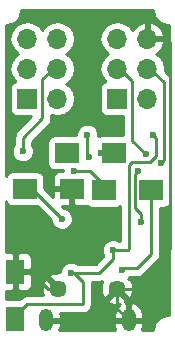
<source format=gbr>
G04 #@! TF.FileFunction,Copper,L2,Bot,Signal*
%FSLAX46Y46*%
G04 Gerber Fmt 4.6, Leading zero omitted, Abs format (unit mm)*
G04 Created by KiCad (PCBNEW 4.0.4-stable) date 04/18/19 21:09:23*
%MOMM*%
%LPD*%
G01*
G04 APERTURE LIST*
%ADD10C,0.100000*%
%ADD11C,1.450000*%
%ADD12O,1.200000X1.900000*%
%ADD13R,1.700000X1.700000*%
%ADD14O,1.700000X1.700000*%
%ADD15R,2.000000X1.700000*%
%ADD16R,1.600000X2.000000*%
%ADD17C,0.600000*%
%ADD18C,0.250000*%
%ADD19C,0.254000*%
G04 APERTURE END LIST*
D10*
D11*
X115610000Y-99885000D03*
X120610000Y-99885000D03*
D12*
X114610000Y-102585000D03*
X121610000Y-102585000D03*
D13*
X120650000Y-83820000D03*
D14*
X123190000Y-83820000D03*
X120650000Y-81280000D03*
X123190000Y-81280000D03*
X120650000Y-78740000D03*
X123190000Y-78740000D03*
D13*
X113030000Y-83820000D03*
D14*
X115570000Y-83820000D03*
X113030000Y-81280000D03*
X115570000Y-81280000D03*
X113030000Y-78740000D03*
X115570000Y-78740000D03*
D15*
X112808000Y-91440000D03*
X116808000Y-91440000D03*
X119539000Y-91567000D03*
X123539000Y-91567000D03*
X116364000Y-88392000D03*
X120364000Y-88392000D03*
D16*
X112014000Y-102457000D03*
X112014000Y-98457000D03*
D17*
X115951000Y-93980000D03*
X118110000Y-86868000D03*
X118237000Y-88773000D03*
X123698000Y-86868000D03*
X116713000Y-98552000D03*
X120269000Y-96647000D03*
X123063000Y-88519000D03*
X124333000Y-89281000D03*
X121031000Y-98298000D03*
X122682000Y-94234000D03*
X122428000Y-89916000D03*
X119253000Y-88392000D03*
X112649000Y-88265000D03*
X116967000Y-89916000D03*
D18*
X112808000Y-91440000D02*
X113411000Y-91440000D01*
X113411000Y-91440000D02*
X115951000Y-93980000D01*
X118110000Y-88646000D02*
X118110000Y-86868000D01*
X118237000Y-88773000D02*
X118110000Y-88646000D01*
X112014000Y-102457000D02*
X112014000Y-102235000D01*
X112014000Y-102235000D02*
X113030000Y-101219000D01*
X113030000Y-101219000D02*
X117729000Y-101219000D01*
X117729000Y-101219000D02*
X117729000Y-99314000D01*
X117729000Y-99314000D02*
X116967000Y-98552000D01*
X116967000Y-98552000D02*
X116713000Y-98552000D01*
X121666000Y-90805000D02*
X121666000Y-89408000D01*
X123698000Y-86868000D02*
X123952000Y-87122000D01*
X123952000Y-87122000D02*
X123952000Y-88519000D01*
X121666000Y-90805000D02*
X121666000Y-96520000D01*
X121666000Y-96520000D02*
X121539000Y-96647000D01*
X120269000Y-96647000D02*
X121539000Y-96647000D01*
X123952000Y-88646000D02*
X123952000Y-88519000D01*
X123444000Y-89154000D02*
X123952000Y-88646000D01*
X121920000Y-89154000D02*
X123444000Y-89154000D01*
X121666000Y-89408000D02*
X121920000Y-89154000D01*
X120269000Y-96647000D02*
X120269000Y-97409000D01*
X119126000Y-98552000D02*
X116713000Y-98552000D01*
X120269000Y-97409000D02*
X119126000Y-98552000D01*
X115610000Y-99885000D02*
X114744000Y-99885000D01*
X113316000Y-98457000D02*
X112014000Y-98457000D01*
X114744000Y-99885000D02*
X113316000Y-98457000D01*
X123190000Y-78740000D02*
X124841000Y-78740000D01*
X122873000Y-99885000D02*
X120610000Y-99885000D01*
X123190000Y-99568000D02*
X122873000Y-99885000D01*
X123190000Y-98425000D02*
X123190000Y-99568000D01*
X125095000Y-96520000D02*
X123190000Y-98425000D01*
X125095000Y-78994000D02*
X125095000Y-96520000D01*
X124841000Y-78740000D02*
X125095000Y-78994000D01*
X120610000Y-99885000D02*
X120610000Y-101585000D01*
X120610000Y-101585000D02*
X121610000Y-102585000D01*
X120650000Y-81280000D02*
X120904000Y-81280000D01*
X120904000Y-81280000D02*
X121920000Y-82296000D01*
X121920000Y-87376000D02*
X123063000Y-88519000D01*
X121920000Y-82296000D02*
X121920000Y-87376000D01*
X124333000Y-89281000D02*
X124587000Y-89027000D01*
X124587000Y-89027000D02*
X124587000Y-82423000D01*
X123444000Y-81280000D02*
X124587000Y-82423000D01*
X123444000Y-81280000D02*
X123190000Y-81280000D01*
X123539000Y-91567000D02*
X123539000Y-96933000D01*
X121158000Y-98171000D02*
X121031000Y-98298000D01*
X122301000Y-98171000D02*
X121158000Y-98171000D01*
X123539000Y-96933000D02*
X122301000Y-98171000D01*
X120364000Y-88392000D02*
X119253000Y-88392000D01*
X122682000Y-93599000D02*
X122682000Y-94234000D01*
X122174000Y-93091000D02*
X122682000Y-93599000D01*
X122174000Y-90170000D02*
X122174000Y-93091000D01*
X122428000Y-89916000D02*
X122174000Y-90170000D01*
X115570000Y-81280000D02*
X115189000Y-81280000D01*
X115189000Y-81280000D02*
X114300000Y-82169000D01*
X114300000Y-82169000D02*
X114300000Y-85471000D01*
X114300000Y-85471000D02*
X112649000Y-87122000D01*
X112649000Y-87122000D02*
X112649000Y-88265000D01*
X119539000Y-91567000D02*
X119539000Y-91091000D01*
X119539000Y-91091000D02*
X118364000Y-89916000D01*
X118364000Y-89916000D02*
X116967000Y-89916000D01*
D19*
G36*
X125020000Y-102110382D02*
X124968000Y-102100039D01*
X124478945Y-102197318D01*
X124064345Y-102474345D01*
X123787318Y-102888945D01*
X123690039Y-103378000D01*
X123700382Y-103430000D01*
X122731638Y-103430000D01*
X122845000Y-103062000D01*
X122845000Y-102712000D01*
X121737000Y-102712000D01*
X121737000Y-102732000D01*
X121483000Y-102732000D01*
X121483000Y-102712000D01*
X120375000Y-102712000D01*
X120375000Y-103062000D01*
X120488362Y-103430000D01*
X115731638Y-103430000D01*
X115845000Y-103062000D01*
X115845000Y-102712000D01*
X114737000Y-102712000D01*
X114737000Y-102732000D01*
X114483000Y-102732000D01*
X114483000Y-102712000D01*
X114463000Y-102712000D01*
X114463000Y-102458000D01*
X114483000Y-102458000D01*
X114483000Y-102438000D01*
X114737000Y-102438000D01*
X114737000Y-102458000D01*
X115845000Y-102458000D01*
X115845000Y-102108000D01*
X115805262Y-101979000D01*
X117729000Y-101979000D01*
X118019839Y-101921148D01*
X118266401Y-101756401D01*
X118431148Y-101509839D01*
X118489000Y-101219000D01*
X118489000Y-100838398D01*
X119836207Y-100838398D01*
X119901122Y-101076753D01*
X120411146Y-101257312D01*
X120902945Y-101231495D01*
X120826526Y-101271920D01*
X120517610Y-101645053D01*
X120375000Y-102108000D01*
X120375000Y-102458000D01*
X121483000Y-102458000D01*
X121483000Y-101166269D01*
X121737000Y-101166269D01*
X121737000Y-102458000D01*
X122845000Y-102458000D01*
X122845000Y-102108000D01*
X122702390Y-101645053D01*
X122393474Y-101271920D01*
X121965281Y-101045408D01*
X121927609Y-101041538D01*
X121737000Y-101166269D01*
X121483000Y-101166269D01*
X121323012Y-101061576D01*
X121383793Y-100838398D01*
X120610000Y-100064605D01*
X119836207Y-100838398D01*
X118489000Y-100838398D01*
X118489000Y-99314000D01*
X118488602Y-99312000D01*
X119126000Y-99312000D01*
X119388638Y-99259758D01*
X119237688Y-99686146D01*
X119266051Y-100226444D01*
X119418247Y-100593878D01*
X119656602Y-100658793D01*
X120430395Y-99885000D01*
X120416253Y-99870858D01*
X120595858Y-99691253D01*
X120610000Y-99705395D01*
X120624143Y-99691253D01*
X120803748Y-99870858D01*
X120789605Y-99885000D01*
X121563398Y-100658793D01*
X121801753Y-100593878D01*
X121982312Y-100083854D01*
X121953949Y-99543556D01*
X121801753Y-99176122D01*
X121563400Y-99111208D01*
X121678550Y-98996058D01*
X121666869Y-98984377D01*
X121720340Y-98931000D01*
X122301000Y-98931000D01*
X122591839Y-98873148D01*
X122838401Y-98708401D01*
X124076401Y-97470401D01*
X124241148Y-97223840D01*
X124299000Y-96933000D01*
X124299000Y-93064440D01*
X124539000Y-93064440D01*
X124774317Y-93020162D01*
X124990441Y-92881090D01*
X125020000Y-92837829D01*
X125020000Y-102110382D01*
X125020000Y-102110382D01*
G37*
X125020000Y-102110382D02*
X124968000Y-102100039D01*
X124478945Y-102197318D01*
X124064345Y-102474345D01*
X123787318Y-102888945D01*
X123690039Y-103378000D01*
X123700382Y-103430000D01*
X122731638Y-103430000D01*
X122845000Y-103062000D01*
X122845000Y-102712000D01*
X121737000Y-102712000D01*
X121737000Y-102732000D01*
X121483000Y-102732000D01*
X121483000Y-102712000D01*
X120375000Y-102712000D01*
X120375000Y-103062000D01*
X120488362Y-103430000D01*
X115731638Y-103430000D01*
X115845000Y-103062000D01*
X115845000Y-102712000D01*
X114737000Y-102712000D01*
X114737000Y-102732000D01*
X114483000Y-102732000D01*
X114483000Y-102712000D01*
X114463000Y-102712000D01*
X114463000Y-102458000D01*
X114483000Y-102458000D01*
X114483000Y-102438000D01*
X114737000Y-102438000D01*
X114737000Y-102458000D01*
X115845000Y-102458000D01*
X115845000Y-102108000D01*
X115805262Y-101979000D01*
X117729000Y-101979000D01*
X118019839Y-101921148D01*
X118266401Y-101756401D01*
X118431148Y-101509839D01*
X118489000Y-101219000D01*
X118489000Y-100838398D01*
X119836207Y-100838398D01*
X119901122Y-101076753D01*
X120411146Y-101257312D01*
X120902945Y-101231495D01*
X120826526Y-101271920D01*
X120517610Y-101645053D01*
X120375000Y-102108000D01*
X120375000Y-102458000D01*
X121483000Y-102458000D01*
X121483000Y-101166269D01*
X121737000Y-101166269D01*
X121737000Y-102458000D01*
X122845000Y-102458000D01*
X122845000Y-102108000D01*
X122702390Y-101645053D01*
X122393474Y-101271920D01*
X121965281Y-101045408D01*
X121927609Y-101041538D01*
X121737000Y-101166269D01*
X121483000Y-101166269D01*
X121323012Y-101061576D01*
X121383793Y-100838398D01*
X120610000Y-100064605D01*
X119836207Y-100838398D01*
X118489000Y-100838398D01*
X118489000Y-99314000D01*
X118488602Y-99312000D01*
X119126000Y-99312000D01*
X119388638Y-99259758D01*
X119237688Y-99686146D01*
X119266051Y-100226444D01*
X119418247Y-100593878D01*
X119656602Y-100658793D01*
X120430395Y-99885000D01*
X120416253Y-99870858D01*
X120595858Y-99691253D01*
X120610000Y-99705395D01*
X120624143Y-99691253D01*
X120803748Y-99870858D01*
X120789605Y-99885000D01*
X121563398Y-100658793D01*
X121801753Y-100593878D01*
X121982312Y-100083854D01*
X121953949Y-99543556D01*
X121801753Y-99176122D01*
X121563400Y-99111208D01*
X121678550Y-98996058D01*
X121666869Y-98984377D01*
X121720340Y-98931000D01*
X122301000Y-98931000D01*
X122591839Y-98873148D01*
X122838401Y-98708401D01*
X124076401Y-97470401D01*
X124241148Y-97223840D01*
X124299000Y-96933000D01*
X124299000Y-93064440D01*
X124539000Y-93064440D01*
X124774317Y-93020162D01*
X124990441Y-92881090D01*
X125020000Y-92837829D01*
X125020000Y-102110382D01*
G36*
X123690039Y-76327000D02*
X123787318Y-76816055D01*
X124064345Y-77230655D01*
X124478945Y-77507682D01*
X124968000Y-77604961D01*
X125020000Y-77594618D01*
X125020000Y-81781198D01*
X124673351Y-81434549D01*
X124704093Y-81280000D01*
X124591054Y-80711715D01*
X124269147Y-80229946D01*
X123928447Y-80002298D01*
X124071358Y-79935183D01*
X124461645Y-79506924D01*
X124631476Y-79096890D01*
X124510155Y-78867000D01*
X123317000Y-78867000D01*
X123317000Y-78887000D01*
X123063000Y-78887000D01*
X123063000Y-78867000D01*
X123043000Y-78867000D01*
X123043000Y-78613000D01*
X123063000Y-78613000D01*
X123063000Y-77419181D01*
X123317000Y-77419181D01*
X123317000Y-78613000D01*
X124510155Y-78613000D01*
X124631476Y-78383110D01*
X124461645Y-77973076D01*
X124071358Y-77544817D01*
X123546892Y-77298514D01*
X123317000Y-77419181D01*
X123063000Y-77419181D01*
X122833108Y-77298514D01*
X122308642Y-77544817D01*
X121918355Y-77973076D01*
X121918345Y-77973101D01*
X121729147Y-77689946D01*
X121247378Y-77368039D01*
X120679093Y-77255000D01*
X120620907Y-77255000D01*
X120052622Y-77368039D01*
X119570853Y-77689946D01*
X119248946Y-78171715D01*
X119135907Y-78740000D01*
X119248946Y-79308285D01*
X119570853Y-79790054D01*
X119900026Y-80010000D01*
X119570853Y-80229946D01*
X119248946Y-80711715D01*
X119135907Y-81280000D01*
X119248946Y-81848285D01*
X119570853Y-82330054D01*
X119612452Y-82357850D01*
X119564683Y-82366838D01*
X119348559Y-82505910D01*
X119203569Y-82718110D01*
X119152560Y-82970000D01*
X119152560Y-84670000D01*
X119196838Y-84905317D01*
X119335910Y-85121441D01*
X119548110Y-85266431D01*
X119800000Y-85317440D01*
X121160000Y-85317440D01*
X121160000Y-86894560D01*
X119364000Y-86894560D01*
X119128683Y-86938838D01*
X119044892Y-86992756D01*
X119045162Y-86682833D01*
X118903117Y-86339057D01*
X118640327Y-86075808D01*
X118296799Y-85933162D01*
X117924833Y-85932838D01*
X117581057Y-86074883D01*
X117317808Y-86337673D01*
X117175162Y-86681201D01*
X117174976Y-86894560D01*
X115364000Y-86894560D01*
X115128683Y-86938838D01*
X114912559Y-87077910D01*
X114767569Y-87290110D01*
X114716560Y-87542000D01*
X114716560Y-89242000D01*
X114760838Y-89477317D01*
X114899910Y-89693441D01*
X115112110Y-89838431D01*
X115364000Y-89889440D01*
X116032022Y-89889440D01*
X116031965Y-89955000D01*
X115681691Y-89955000D01*
X115448302Y-90051673D01*
X115269673Y-90230301D01*
X115173000Y-90463690D01*
X115173000Y-91154250D01*
X115331750Y-91313000D01*
X116681000Y-91313000D01*
X116681000Y-91293000D01*
X116935000Y-91293000D01*
X116935000Y-91313000D01*
X116955000Y-91313000D01*
X116955000Y-91567000D01*
X116935000Y-91567000D01*
X116935000Y-92766250D01*
X117093750Y-92925000D01*
X117934309Y-92925000D01*
X118074057Y-92867115D01*
X118074910Y-92868441D01*
X118287110Y-93013431D01*
X118539000Y-93064440D01*
X120539000Y-93064440D01*
X120774317Y-93020162D01*
X120906000Y-92935426D01*
X120906000Y-95887000D01*
X120831463Y-95887000D01*
X120799327Y-95854808D01*
X120455799Y-95712162D01*
X120083833Y-95711838D01*
X119740057Y-95853883D01*
X119476808Y-96116673D01*
X119334162Y-96460201D01*
X119333838Y-96832167D01*
X119461665Y-97141533D01*
X118811198Y-97792000D01*
X117275463Y-97792000D01*
X117243327Y-97759808D01*
X116899799Y-97617162D01*
X116527833Y-97616838D01*
X116184057Y-97758883D01*
X115920808Y-98021673D01*
X115778162Y-98365201D01*
X115778032Y-98514306D01*
X115268556Y-98541051D01*
X114901122Y-98693247D01*
X114836207Y-98931602D01*
X115610000Y-99705395D01*
X115624143Y-99691253D01*
X115803748Y-99870858D01*
X115789605Y-99885000D01*
X115803748Y-99899143D01*
X115624143Y-100078748D01*
X115610000Y-100064605D01*
X115595858Y-100078748D01*
X115416253Y-99899143D01*
X115430395Y-99885000D01*
X114656602Y-99111207D01*
X114418247Y-99176122D01*
X114237688Y-99686146D01*
X114266051Y-100226444D01*
X114362379Y-100459000D01*
X113030000Y-100459000D01*
X112739161Y-100516852D01*
X112492599Y-100681599D01*
X112364638Y-100809560D01*
X111214000Y-100809560D01*
X111200000Y-100812194D01*
X111200000Y-100092000D01*
X111728250Y-100092000D01*
X111887000Y-99933250D01*
X111887000Y-98584000D01*
X112141000Y-98584000D01*
X112141000Y-99933250D01*
X112299750Y-100092000D01*
X112940310Y-100092000D01*
X113173699Y-99995327D01*
X113352327Y-99816698D01*
X113449000Y-99583309D01*
X113449000Y-98742750D01*
X113290250Y-98584000D01*
X112141000Y-98584000D01*
X111887000Y-98584000D01*
X111867000Y-98584000D01*
X111867000Y-98330000D01*
X111887000Y-98330000D01*
X111887000Y-96980750D01*
X112141000Y-96980750D01*
X112141000Y-98330000D01*
X113290250Y-98330000D01*
X113449000Y-98171250D01*
X113449000Y-97330691D01*
X113352327Y-97097302D01*
X113173699Y-96918673D01*
X112940310Y-96822000D01*
X112299750Y-96822000D01*
X112141000Y-96980750D01*
X111887000Y-96980750D01*
X111728250Y-96822000D01*
X111200000Y-96822000D01*
X111200000Y-92499605D01*
X111204838Y-92525317D01*
X111343910Y-92741441D01*
X111556110Y-92886431D01*
X111808000Y-92937440D01*
X113808000Y-92937440D01*
X113829578Y-92933380D01*
X115015878Y-94119680D01*
X115015838Y-94165167D01*
X115157883Y-94508943D01*
X115420673Y-94772192D01*
X115764201Y-94914838D01*
X116136167Y-94915162D01*
X116479943Y-94773117D01*
X116743192Y-94510327D01*
X116885838Y-94166799D01*
X116886162Y-93794833D01*
X116744117Y-93451057D01*
X116481327Y-93187808D01*
X116137799Y-93045162D01*
X116090923Y-93045121D01*
X115970802Y-92925000D01*
X116522250Y-92925000D01*
X116681000Y-92766250D01*
X116681000Y-91567000D01*
X115331750Y-91567000D01*
X115173000Y-91725750D01*
X115173000Y-92127198D01*
X114455440Y-91409638D01*
X114455440Y-90590000D01*
X114411162Y-90354683D01*
X114272090Y-90138559D01*
X114059890Y-89993569D01*
X113808000Y-89942560D01*
X111808000Y-89942560D01*
X111572683Y-89986838D01*
X111356559Y-90125910D01*
X111211569Y-90338110D01*
X111200000Y-90395239D01*
X111200000Y-78740000D01*
X111515907Y-78740000D01*
X111628946Y-79308285D01*
X111950853Y-79790054D01*
X112280026Y-80010000D01*
X111950853Y-80229946D01*
X111628946Y-80711715D01*
X111515907Y-81280000D01*
X111628946Y-81848285D01*
X111950853Y-82330054D01*
X111992452Y-82357850D01*
X111944683Y-82366838D01*
X111728559Y-82505910D01*
X111583569Y-82718110D01*
X111532560Y-82970000D01*
X111532560Y-84670000D01*
X111576838Y-84905317D01*
X111715910Y-85121441D01*
X111928110Y-85266431D01*
X112180000Y-85317440D01*
X113378758Y-85317440D01*
X112111599Y-86584599D01*
X111946852Y-86831161D01*
X111889000Y-87122000D01*
X111889000Y-87702537D01*
X111856808Y-87734673D01*
X111714162Y-88078201D01*
X111713838Y-88450167D01*
X111855883Y-88793943D01*
X112118673Y-89057192D01*
X112462201Y-89199838D01*
X112834167Y-89200162D01*
X113177943Y-89058117D01*
X113441192Y-88795327D01*
X113583838Y-88451799D01*
X113584162Y-88079833D01*
X113442117Y-87736057D01*
X113409000Y-87702882D01*
X113409000Y-87436802D01*
X114837401Y-86008401D01*
X115002148Y-85761839D01*
X115060000Y-85471000D01*
X115060000Y-85209342D01*
X115540907Y-85305000D01*
X115599093Y-85305000D01*
X116167378Y-85191961D01*
X116649147Y-84870054D01*
X116971054Y-84388285D01*
X117084093Y-83820000D01*
X116971054Y-83251715D01*
X116649147Y-82769946D01*
X116319974Y-82550000D01*
X116649147Y-82330054D01*
X116971054Y-81848285D01*
X117084093Y-81280000D01*
X116971054Y-80711715D01*
X116649147Y-80229946D01*
X116319974Y-80010000D01*
X116649147Y-79790054D01*
X116971054Y-79308285D01*
X117084093Y-78740000D01*
X116971054Y-78171715D01*
X116649147Y-77689946D01*
X116167378Y-77368039D01*
X115599093Y-77255000D01*
X115540907Y-77255000D01*
X114972622Y-77368039D01*
X114490853Y-77689946D01*
X114300000Y-77975578D01*
X114109147Y-77689946D01*
X113627378Y-77368039D01*
X113059093Y-77255000D01*
X113000907Y-77255000D01*
X112432622Y-77368039D01*
X111950853Y-77689946D01*
X111628946Y-78171715D01*
X111515907Y-78740000D01*
X111200000Y-78740000D01*
X111200000Y-77565472D01*
X111252000Y-77575815D01*
X111729901Y-77480755D01*
X112135046Y-77210046D01*
X112405755Y-76804901D01*
X112500815Y-76327000D01*
X112490472Y-76275000D01*
X123700382Y-76275000D01*
X123690039Y-76327000D01*
X123690039Y-76327000D01*
G37*
X123690039Y-76327000D02*
X123787318Y-76816055D01*
X124064345Y-77230655D01*
X124478945Y-77507682D01*
X124968000Y-77604961D01*
X125020000Y-77594618D01*
X125020000Y-81781198D01*
X124673351Y-81434549D01*
X124704093Y-81280000D01*
X124591054Y-80711715D01*
X124269147Y-80229946D01*
X123928447Y-80002298D01*
X124071358Y-79935183D01*
X124461645Y-79506924D01*
X124631476Y-79096890D01*
X124510155Y-78867000D01*
X123317000Y-78867000D01*
X123317000Y-78887000D01*
X123063000Y-78887000D01*
X123063000Y-78867000D01*
X123043000Y-78867000D01*
X123043000Y-78613000D01*
X123063000Y-78613000D01*
X123063000Y-77419181D01*
X123317000Y-77419181D01*
X123317000Y-78613000D01*
X124510155Y-78613000D01*
X124631476Y-78383110D01*
X124461645Y-77973076D01*
X124071358Y-77544817D01*
X123546892Y-77298514D01*
X123317000Y-77419181D01*
X123063000Y-77419181D01*
X122833108Y-77298514D01*
X122308642Y-77544817D01*
X121918355Y-77973076D01*
X121918345Y-77973101D01*
X121729147Y-77689946D01*
X121247378Y-77368039D01*
X120679093Y-77255000D01*
X120620907Y-77255000D01*
X120052622Y-77368039D01*
X119570853Y-77689946D01*
X119248946Y-78171715D01*
X119135907Y-78740000D01*
X119248946Y-79308285D01*
X119570853Y-79790054D01*
X119900026Y-80010000D01*
X119570853Y-80229946D01*
X119248946Y-80711715D01*
X119135907Y-81280000D01*
X119248946Y-81848285D01*
X119570853Y-82330054D01*
X119612452Y-82357850D01*
X119564683Y-82366838D01*
X119348559Y-82505910D01*
X119203569Y-82718110D01*
X119152560Y-82970000D01*
X119152560Y-84670000D01*
X119196838Y-84905317D01*
X119335910Y-85121441D01*
X119548110Y-85266431D01*
X119800000Y-85317440D01*
X121160000Y-85317440D01*
X121160000Y-86894560D01*
X119364000Y-86894560D01*
X119128683Y-86938838D01*
X119044892Y-86992756D01*
X119045162Y-86682833D01*
X118903117Y-86339057D01*
X118640327Y-86075808D01*
X118296799Y-85933162D01*
X117924833Y-85932838D01*
X117581057Y-86074883D01*
X117317808Y-86337673D01*
X117175162Y-86681201D01*
X117174976Y-86894560D01*
X115364000Y-86894560D01*
X115128683Y-86938838D01*
X114912559Y-87077910D01*
X114767569Y-87290110D01*
X114716560Y-87542000D01*
X114716560Y-89242000D01*
X114760838Y-89477317D01*
X114899910Y-89693441D01*
X115112110Y-89838431D01*
X115364000Y-89889440D01*
X116032022Y-89889440D01*
X116031965Y-89955000D01*
X115681691Y-89955000D01*
X115448302Y-90051673D01*
X115269673Y-90230301D01*
X115173000Y-90463690D01*
X115173000Y-91154250D01*
X115331750Y-91313000D01*
X116681000Y-91313000D01*
X116681000Y-91293000D01*
X116935000Y-91293000D01*
X116935000Y-91313000D01*
X116955000Y-91313000D01*
X116955000Y-91567000D01*
X116935000Y-91567000D01*
X116935000Y-92766250D01*
X117093750Y-92925000D01*
X117934309Y-92925000D01*
X118074057Y-92867115D01*
X118074910Y-92868441D01*
X118287110Y-93013431D01*
X118539000Y-93064440D01*
X120539000Y-93064440D01*
X120774317Y-93020162D01*
X120906000Y-92935426D01*
X120906000Y-95887000D01*
X120831463Y-95887000D01*
X120799327Y-95854808D01*
X120455799Y-95712162D01*
X120083833Y-95711838D01*
X119740057Y-95853883D01*
X119476808Y-96116673D01*
X119334162Y-96460201D01*
X119333838Y-96832167D01*
X119461665Y-97141533D01*
X118811198Y-97792000D01*
X117275463Y-97792000D01*
X117243327Y-97759808D01*
X116899799Y-97617162D01*
X116527833Y-97616838D01*
X116184057Y-97758883D01*
X115920808Y-98021673D01*
X115778162Y-98365201D01*
X115778032Y-98514306D01*
X115268556Y-98541051D01*
X114901122Y-98693247D01*
X114836207Y-98931602D01*
X115610000Y-99705395D01*
X115624143Y-99691253D01*
X115803748Y-99870858D01*
X115789605Y-99885000D01*
X115803748Y-99899143D01*
X115624143Y-100078748D01*
X115610000Y-100064605D01*
X115595858Y-100078748D01*
X115416253Y-99899143D01*
X115430395Y-99885000D01*
X114656602Y-99111207D01*
X114418247Y-99176122D01*
X114237688Y-99686146D01*
X114266051Y-100226444D01*
X114362379Y-100459000D01*
X113030000Y-100459000D01*
X112739161Y-100516852D01*
X112492599Y-100681599D01*
X112364638Y-100809560D01*
X111214000Y-100809560D01*
X111200000Y-100812194D01*
X111200000Y-100092000D01*
X111728250Y-100092000D01*
X111887000Y-99933250D01*
X111887000Y-98584000D01*
X112141000Y-98584000D01*
X112141000Y-99933250D01*
X112299750Y-100092000D01*
X112940310Y-100092000D01*
X113173699Y-99995327D01*
X113352327Y-99816698D01*
X113449000Y-99583309D01*
X113449000Y-98742750D01*
X113290250Y-98584000D01*
X112141000Y-98584000D01*
X111887000Y-98584000D01*
X111867000Y-98584000D01*
X111867000Y-98330000D01*
X111887000Y-98330000D01*
X111887000Y-96980750D01*
X112141000Y-96980750D01*
X112141000Y-98330000D01*
X113290250Y-98330000D01*
X113449000Y-98171250D01*
X113449000Y-97330691D01*
X113352327Y-97097302D01*
X113173699Y-96918673D01*
X112940310Y-96822000D01*
X112299750Y-96822000D01*
X112141000Y-96980750D01*
X111887000Y-96980750D01*
X111728250Y-96822000D01*
X111200000Y-96822000D01*
X111200000Y-92499605D01*
X111204838Y-92525317D01*
X111343910Y-92741441D01*
X111556110Y-92886431D01*
X111808000Y-92937440D01*
X113808000Y-92937440D01*
X113829578Y-92933380D01*
X115015878Y-94119680D01*
X115015838Y-94165167D01*
X115157883Y-94508943D01*
X115420673Y-94772192D01*
X115764201Y-94914838D01*
X116136167Y-94915162D01*
X116479943Y-94773117D01*
X116743192Y-94510327D01*
X116885838Y-94166799D01*
X116886162Y-93794833D01*
X116744117Y-93451057D01*
X116481327Y-93187808D01*
X116137799Y-93045162D01*
X116090923Y-93045121D01*
X115970802Y-92925000D01*
X116522250Y-92925000D01*
X116681000Y-92766250D01*
X116681000Y-91567000D01*
X115331750Y-91567000D01*
X115173000Y-91725750D01*
X115173000Y-92127198D01*
X114455440Y-91409638D01*
X114455440Y-90590000D01*
X114411162Y-90354683D01*
X114272090Y-90138559D01*
X114059890Y-89993569D01*
X113808000Y-89942560D01*
X111808000Y-89942560D01*
X111572683Y-89986838D01*
X111356559Y-90125910D01*
X111211569Y-90338110D01*
X111200000Y-90395239D01*
X111200000Y-78740000D01*
X111515907Y-78740000D01*
X111628946Y-79308285D01*
X111950853Y-79790054D01*
X112280026Y-80010000D01*
X111950853Y-80229946D01*
X111628946Y-80711715D01*
X111515907Y-81280000D01*
X111628946Y-81848285D01*
X111950853Y-82330054D01*
X111992452Y-82357850D01*
X111944683Y-82366838D01*
X111728559Y-82505910D01*
X111583569Y-82718110D01*
X111532560Y-82970000D01*
X111532560Y-84670000D01*
X111576838Y-84905317D01*
X111715910Y-85121441D01*
X111928110Y-85266431D01*
X112180000Y-85317440D01*
X113378758Y-85317440D01*
X112111599Y-86584599D01*
X111946852Y-86831161D01*
X111889000Y-87122000D01*
X111889000Y-87702537D01*
X111856808Y-87734673D01*
X111714162Y-88078201D01*
X111713838Y-88450167D01*
X111855883Y-88793943D01*
X112118673Y-89057192D01*
X112462201Y-89199838D01*
X112834167Y-89200162D01*
X113177943Y-89058117D01*
X113441192Y-88795327D01*
X113583838Y-88451799D01*
X113584162Y-88079833D01*
X113442117Y-87736057D01*
X113409000Y-87702882D01*
X113409000Y-87436802D01*
X114837401Y-86008401D01*
X115002148Y-85761839D01*
X115060000Y-85471000D01*
X115060000Y-85209342D01*
X115540907Y-85305000D01*
X115599093Y-85305000D01*
X116167378Y-85191961D01*
X116649147Y-84870054D01*
X116971054Y-84388285D01*
X117084093Y-83820000D01*
X116971054Y-83251715D01*
X116649147Y-82769946D01*
X116319974Y-82550000D01*
X116649147Y-82330054D01*
X116971054Y-81848285D01*
X117084093Y-81280000D01*
X116971054Y-80711715D01*
X116649147Y-80229946D01*
X116319974Y-80010000D01*
X116649147Y-79790054D01*
X116971054Y-79308285D01*
X117084093Y-78740000D01*
X116971054Y-78171715D01*
X116649147Y-77689946D01*
X116167378Y-77368039D01*
X115599093Y-77255000D01*
X115540907Y-77255000D01*
X114972622Y-77368039D01*
X114490853Y-77689946D01*
X114300000Y-77975578D01*
X114109147Y-77689946D01*
X113627378Y-77368039D01*
X113059093Y-77255000D01*
X113000907Y-77255000D01*
X112432622Y-77368039D01*
X111950853Y-77689946D01*
X111628946Y-78171715D01*
X111515907Y-78740000D01*
X111200000Y-78740000D01*
X111200000Y-77565472D01*
X111252000Y-77575815D01*
X111729901Y-77480755D01*
X112135046Y-77210046D01*
X112405755Y-76804901D01*
X112500815Y-76327000D01*
X112490472Y-76275000D01*
X123700382Y-76275000D01*
X123690039Y-76327000D01*
M02*

</source>
